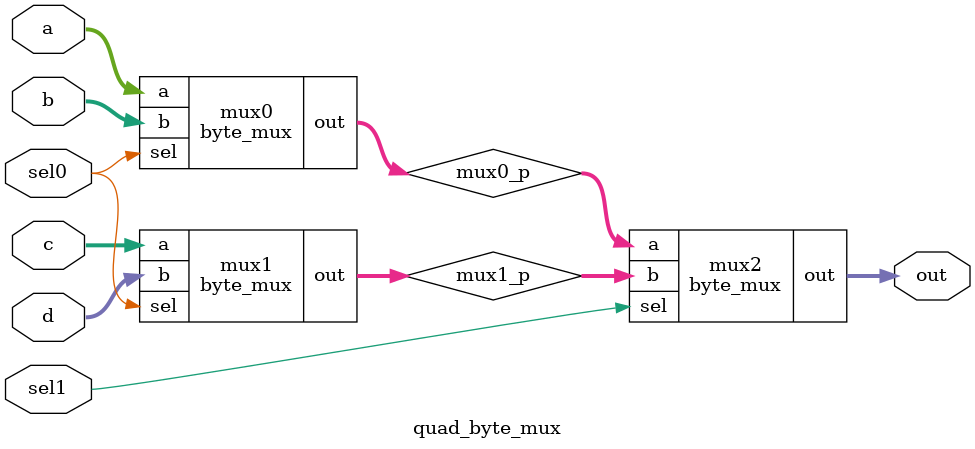
<source format=v>
module mux(input a, b, sel, output out);
  assign out = (sel & a) | (~sel & b);
endmodule

module byte_mux(input[7:0] a, b, input sel, output[7:0] out);
  mux mux[7:0](
    .a (a),
    .b (b),
    .sel (sel),
    .out (out)
  );
endmodule

module quad_byte_mux(input[7:0] a, b, c, d, input sel0, sel1, output[7:0] out);
  wire[7:0] mux0_p, mux1_p;

  byte_mux mux0(
    .a (a),
    .b (b),
    .sel (sel0),
    .out (mux0_p)
  );

  byte_mux mux1(
    .a (c),
    .b (d),
    .sel (sel0),
    .out (mux1_p)
  );

  byte_mux mux2(
    .a (mux0_p),
    .b (mux1_p),
    .sel (sel1),
    .out (out)
  );

endmodule

</source>
